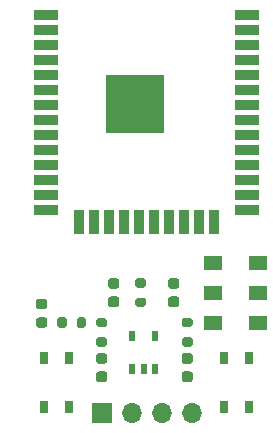
<source format=gts>
%TF.GenerationSoftware,KiCad,Pcbnew,(5.1.7)-1*%
%TF.CreationDate,2020-10-20T01:21:36+09:00*%
%TF.ProjectId,UARTtoBluetoothSerial,55415254-746f-4426-9c75-65746f6f7468,rev?*%
%TF.SameCoordinates,Original*%
%TF.FileFunction,Soldermask,Top*%
%TF.FilePolarity,Negative*%
%FSLAX46Y46*%
G04 Gerber Fmt 4.6, Leading zero omitted, Abs format (unit mm)*
G04 Created by KiCad (PCBNEW (5.1.7)-1) date 2020-10-20 01:21:36*
%MOMM*%
%LPD*%
G01*
G04 APERTURE LIST*
%ADD10O,1.700000X1.700000*%
%ADD11R,1.700000X1.700000*%
%ADD12R,2.000000X0.900000*%
%ADD13R,0.900000X2.000000*%
%ADD14R,5.000000X5.000000*%
%ADD15R,1.500000X1.200000*%
%ADD16R,0.650000X1.050000*%
%ADD17R,0.600000X0.900000*%
G04 APERTURE END LIST*
D10*
%TO.C,J1*%
X119380000Y-100330000D03*
X116840000Y-100330000D03*
X114300000Y-100330000D03*
D11*
X111760000Y-100330000D03*
%TD*%
D12*
%TO.C,U1*%
X124054000Y-66675000D03*
X124054000Y-67945000D03*
X124054000Y-69215000D03*
X124054000Y-70485000D03*
X124054000Y-71755000D03*
X124054000Y-73025000D03*
X124054000Y-74295000D03*
X124054000Y-75565000D03*
X124054000Y-76835000D03*
X124054000Y-78105000D03*
X124054000Y-79375000D03*
X124054000Y-80645000D03*
X124054000Y-81915000D03*
X124054000Y-83185000D03*
D13*
X121269000Y-84185000D03*
X119999000Y-84185000D03*
X118729000Y-84185000D03*
X117459000Y-84185000D03*
X116189000Y-84185000D03*
X114919000Y-84185000D03*
X113649000Y-84185000D03*
X112379000Y-84185000D03*
X111109000Y-84185000D03*
X109839000Y-84185000D03*
D12*
X107054000Y-83185000D03*
X107054000Y-81915000D03*
X107054000Y-80645000D03*
X107054000Y-79375000D03*
X107054000Y-78105000D03*
X107054000Y-76835000D03*
X107054000Y-75565000D03*
X107054000Y-74295000D03*
X107054000Y-73025000D03*
X107054000Y-71755000D03*
X107054000Y-70485000D03*
X107054000Y-69215000D03*
X107054000Y-67945000D03*
X107054000Y-66675000D03*
D14*
X114554000Y-74175000D03*
%TD*%
%TO.C,D1*%
G36*
G01*
X106423750Y-92272500D02*
X106936250Y-92272500D01*
G75*
G02*
X107155000Y-92491250I0J-218750D01*
G01*
X107155000Y-92928750D01*
G75*
G02*
X106936250Y-93147500I-218750J0D01*
G01*
X106423750Y-93147500D01*
G75*
G02*
X106205000Y-92928750I0J218750D01*
G01*
X106205000Y-92491250D01*
G75*
G02*
X106423750Y-92272500I218750J0D01*
G01*
G37*
G36*
G01*
X106423750Y-90697500D02*
X106936250Y-90697500D01*
G75*
G02*
X107155000Y-90916250I0J-218750D01*
G01*
X107155000Y-91353750D01*
G75*
G02*
X106936250Y-91572500I-218750J0D01*
G01*
X106423750Y-91572500D01*
G75*
G02*
X106205000Y-91353750I0J218750D01*
G01*
X106205000Y-90916250D01*
G75*
G02*
X106423750Y-90697500I218750J0D01*
G01*
G37*
%TD*%
D15*
%TO.C,SW1*%
X124968000Y-87630000D03*
X121158000Y-87630000D03*
X121158000Y-90170000D03*
X124968000Y-90170000D03*
X124968000Y-92710000D03*
X121158000Y-92710000D03*
%TD*%
D16*
%TO.C,S3*%
X106875000Y-99865000D03*
X109025000Y-99865000D03*
X106875000Y-95715000D03*
X109025000Y-95715000D03*
%TD*%
%TO.C,S2*%
X122125000Y-99865000D03*
X124275000Y-99865000D03*
X122125000Y-95715000D03*
X124275000Y-95715000D03*
%TD*%
%TO.C,R4*%
G36*
G01*
X111485000Y-93960000D02*
X112035000Y-93960000D01*
G75*
G02*
X112235000Y-94160000I0J-200000D01*
G01*
X112235000Y-94560000D01*
G75*
G02*
X112035000Y-94760000I-200000J0D01*
G01*
X111485000Y-94760000D01*
G75*
G02*
X111285000Y-94560000I0J200000D01*
G01*
X111285000Y-94160000D01*
G75*
G02*
X111485000Y-93960000I200000J0D01*
G01*
G37*
G36*
G01*
X111485000Y-92310000D02*
X112035000Y-92310000D01*
G75*
G02*
X112235000Y-92510000I0J-200000D01*
G01*
X112235000Y-92910000D01*
G75*
G02*
X112035000Y-93110000I-200000J0D01*
G01*
X111485000Y-93110000D01*
G75*
G02*
X111285000Y-92910000I0J200000D01*
G01*
X111285000Y-92510000D01*
G75*
G02*
X111485000Y-92310000I200000J0D01*
G01*
G37*
%TD*%
%TO.C,R3*%
G36*
G01*
X118725000Y-93960000D02*
X119275000Y-93960000D01*
G75*
G02*
X119475000Y-94160000I0J-200000D01*
G01*
X119475000Y-94560000D01*
G75*
G02*
X119275000Y-94760000I-200000J0D01*
G01*
X118725000Y-94760000D01*
G75*
G02*
X118525000Y-94560000I0J200000D01*
G01*
X118525000Y-94160000D01*
G75*
G02*
X118725000Y-93960000I200000J0D01*
G01*
G37*
G36*
G01*
X118725000Y-92310000D02*
X119275000Y-92310000D01*
G75*
G02*
X119475000Y-92510000I0J-200000D01*
G01*
X119475000Y-92910000D01*
G75*
G02*
X119275000Y-93110000I-200000J0D01*
G01*
X118725000Y-93110000D01*
G75*
G02*
X118525000Y-92910000I0J200000D01*
G01*
X118525000Y-92510000D01*
G75*
G02*
X118725000Y-92310000I200000J0D01*
G01*
G37*
%TD*%
%TO.C,R2*%
G36*
G01*
X115337000Y-89745000D02*
X114787000Y-89745000D01*
G75*
G02*
X114587000Y-89545000I0J200000D01*
G01*
X114587000Y-89145000D01*
G75*
G02*
X114787000Y-88945000I200000J0D01*
G01*
X115337000Y-88945000D01*
G75*
G02*
X115537000Y-89145000I0J-200000D01*
G01*
X115537000Y-89545000D01*
G75*
G02*
X115337000Y-89745000I-200000J0D01*
G01*
G37*
G36*
G01*
X115337000Y-91395000D02*
X114787000Y-91395000D01*
G75*
G02*
X114587000Y-91195000I0J200000D01*
G01*
X114587000Y-90795000D01*
G75*
G02*
X114787000Y-90595000I200000J0D01*
G01*
X115337000Y-90595000D01*
G75*
G02*
X115537000Y-90795000I0J-200000D01*
G01*
X115537000Y-91195000D01*
G75*
G02*
X115337000Y-91395000I-200000J0D01*
G01*
G37*
%TD*%
%TO.C,R1*%
G36*
G01*
X109645000Y-92985000D02*
X109645000Y-92435000D01*
G75*
G02*
X109845000Y-92235000I200000J0D01*
G01*
X110245000Y-92235000D01*
G75*
G02*
X110445000Y-92435000I0J-200000D01*
G01*
X110445000Y-92985000D01*
G75*
G02*
X110245000Y-93185000I-200000J0D01*
G01*
X109845000Y-93185000D01*
G75*
G02*
X109645000Y-92985000I0J200000D01*
G01*
G37*
G36*
G01*
X107995000Y-92985000D02*
X107995000Y-92435000D01*
G75*
G02*
X108195000Y-92235000I200000J0D01*
G01*
X108595000Y-92235000D01*
G75*
G02*
X108795000Y-92435000I0J-200000D01*
G01*
X108795000Y-92985000D01*
G75*
G02*
X108595000Y-93185000I-200000J0D01*
G01*
X108195000Y-93185000D01*
G75*
G02*
X107995000Y-92985000I0J200000D01*
G01*
G37*
%TD*%
D17*
%TO.C,IC1*%
X114366000Y-93850000D03*
X116266000Y-93850000D03*
X116266000Y-96650000D03*
X115316000Y-96650000D03*
X114366000Y-96650000D03*
%TD*%
%TO.C,C4*%
G36*
G01*
X111510000Y-96845000D02*
X112010000Y-96845000D01*
G75*
G02*
X112235000Y-97070000I0J-225000D01*
G01*
X112235000Y-97520000D01*
G75*
G02*
X112010000Y-97745000I-225000J0D01*
G01*
X111510000Y-97745000D01*
G75*
G02*
X111285000Y-97520000I0J225000D01*
G01*
X111285000Y-97070000D01*
G75*
G02*
X111510000Y-96845000I225000J0D01*
G01*
G37*
G36*
G01*
X111510000Y-95295000D02*
X112010000Y-95295000D01*
G75*
G02*
X112235000Y-95520000I0J-225000D01*
G01*
X112235000Y-95970000D01*
G75*
G02*
X112010000Y-96195000I-225000J0D01*
G01*
X111510000Y-96195000D01*
G75*
G02*
X111285000Y-95970000I0J225000D01*
G01*
X111285000Y-95520000D01*
G75*
G02*
X111510000Y-95295000I225000J0D01*
G01*
G37*
%TD*%
%TO.C,C3*%
G36*
G01*
X118750000Y-96845000D02*
X119250000Y-96845000D01*
G75*
G02*
X119475000Y-97070000I0J-225000D01*
G01*
X119475000Y-97520000D01*
G75*
G02*
X119250000Y-97745000I-225000J0D01*
G01*
X118750000Y-97745000D01*
G75*
G02*
X118525000Y-97520000I0J225000D01*
G01*
X118525000Y-97070000D01*
G75*
G02*
X118750000Y-96845000I225000J0D01*
G01*
G37*
G36*
G01*
X118750000Y-95295000D02*
X119250000Y-95295000D01*
G75*
G02*
X119475000Y-95520000I0J-225000D01*
G01*
X119475000Y-95970000D01*
G75*
G02*
X119250000Y-96195000I-225000J0D01*
G01*
X118750000Y-96195000D01*
G75*
G02*
X118525000Y-95970000I0J225000D01*
G01*
X118525000Y-95520000D01*
G75*
G02*
X118750000Y-95295000I225000J0D01*
G01*
G37*
%TD*%
%TO.C,C2*%
G36*
G01*
X113026000Y-89845000D02*
X112526000Y-89845000D01*
G75*
G02*
X112301000Y-89620000I0J225000D01*
G01*
X112301000Y-89170000D01*
G75*
G02*
X112526000Y-88945000I225000J0D01*
G01*
X113026000Y-88945000D01*
G75*
G02*
X113251000Y-89170000I0J-225000D01*
G01*
X113251000Y-89620000D01*
G75*
G02*
X113026000Y-89845000I-225000J0D01*
G01*
G37*
G36*
G01*
X113026000Y-91395000D02*
X112526000Y-91395000D01*
G75*
G02*
X112301000Y-91170000I0J225000D01*
G01*
X112301000Y-90720000D01*
G75*
G02*
X112526000Y-90495000I225000J0D01*
G01*
X113026000Y-90495000D01*
G75*
G02*
X113251000Y-90720000I0J-225000D01*
G01*
X113251000Y-91170000D01*
G75*
G02*
X113026000Y-91395000I-225000J0D01*
G01*
G37*
%TD*%
%TO.C,C1*%
G36*
G01*
X118106000Y-91395000D02*
X117606000Y-91395000D01*
G75*
G02*
X117381000Y-91170000I0J225000D01*
G01*
X117381000Y-90720000D01*
G75*
G02*
X117606000Y-90495000I225000J0D01*
G01*
X118106000Y-90495000D01*
G75*
G02*
X118331000Y-90720000I0J-225000D01*
G01*
X118331000Y-91170000D01*
G75*
G02*
X118106000Y-91395000I-225000J0D01*
G01*
G37*
G36*
G01*
X118106000Y-89845000D02*
X117606000Y-89845000D01*
G75*
G02*
X117381000Y-89620000I0J225000D01*
G01*
X117381000Y-89170000D01*
G75*
G02*
X117606000Y-88945000I225000J0D01*
G01*
X118106000Y-88945000D01*
G75*
G02*
X118331000Y-89170000I0J-225000D01*
G01*
X118331000Y-89620000D01*
G75*
G02*
X118106000Y-89845000I-225000J0D01*
G01*
G37*
%TD*%
M02*

</source>
